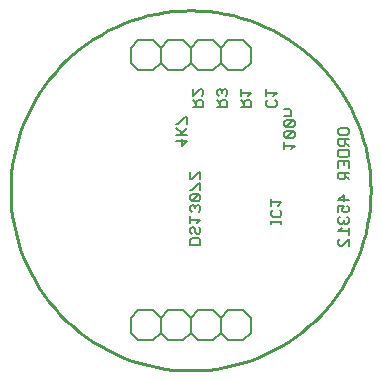
<source format=gbo>
G75*
G70*
%OFA0B0*%
%FSLAX24Y24*%
%IPPOS*%
%LPD*%
%AMOC8*
5,1,8,0,0,1.08239X$1,22.5*
%
%ADD10C,0.0100*%
%ADD11C,0.0060*%
D10*
X006151Y000151D02*
X006436Y000158D01*
X006721Y000178D01*
X007005Y000212D01*
X007287Y000259D01*
X007566Y000320D01*
X007841Y000394D01*
X008113Y000481D01*
X008381Y000581D01*
X008643Y000693D01*
X008900Y000818D01*
X009151Y000955D01*
X009395Y001103D01*
X009631Y001264D01*
X009860Y001435D01*
X010080Y001617D01*
X010291Y001809D01*
X010493Y002011D01*
X010685Y002222D01*
X010867Y002442D01*
X011038Y002671D01*
X011199Y002907D01*
X011347Y003151D01*
X011484Y003402D01*
X011609Y003659D01*
X011721Y003921D01*
X011821Y004189D01*
X011908Y004461D01*
X011982Y004736D01*
X012043Y005015D01*
X012090Y005297D01*
X012124Y005581D01*
X012144Y005866D01*
X012151Y006151D01*
X006151Y000151D02*
X005866Y000158D01*
X005581Y000178D01*
X005297Y000212D01*
X005015Y000259D01*
X004736Y000320D01*
X004461Y000394D01*
X004189Y000481D01*
X003921Y000581D01*
X003659Y000693D01*
X003402Y000818D01*
X003151Y000955D01*
X002907Y001103D01*
X002671Y001264D01*
X002442Y001435D01*
X002222Y001617D01*
X002011Y001809D01*
X001809Y002011D01*
X001617Y002222D01*
X001435Y002442D01*
X001264Y002671D01*
X001103Y002907D01*
X000955Y003151D01*
X000818Y003402D01*
X000693Y003659D01*
X000581Y003921D01*
X000481Y004189D01*
X000394Y004461D01*
X000320Y004736D01*
X000259Y005015D01*
X000212Y005297D01*
X000178Y005581D01*
X000158Y005866D01*
X000151Y006151D01*
X000158Y006436D01*
X000178Y006721D01*
X000212Y007005D01*
X000259Y007287D01*
X000320Y007566D01*
X000394Y007841D01*
X000481Y008113D01*
X000581Y008381D01*
X000693Y008643D01*
X000818Y008900D01*
X000955Y009151D01*
X001103Y009395D01*
X001264Y009631D01*
X001435Y009860D01*
X001617Y010080D01*
X001809Y010291D01*
X002011Y010493D01*
X002222Y010685D01*
X002442Y010867D01*
X002671Y011038D01*
X002907Y011199D01*
X003151Y011347D01*
X003402Y011484D01*
X003659Y011609D01*
X003921Y011721D01*
X004189Y011821D01*
X004461Y011908D01*
X004736Y011982D01*
X005015Y012043D01*
X005297Y012090D01*
X005581Y012124D01*
X005866Y012144D01*
X006151Y012151D01*
X006436Y012144D01*
X006721Y012124D01*
X007005Y012090D01*
X007287Y012043D01*
X007566Y011982D01*
X007841Y011908D01*
X008113Y011821D01*
X008381Y011721D01*
X008643Y011609D01*
X008900Y011484D01*
X009151Y011347D01*
X009395Y011199D01*
X009631Y011038D01*
X009860Y010867D01*
X010080Y010685D01*
X010291Y010493D01*
X010493Y010291D01*
X010685Y010080D01*
X010867Y009860D01*
X011038Y009631D01*
X011199Y009395D01*
X011347Y009151D01*
X011484Y008900D01*
X011609Y008643D01*
X011721Y008381D01*
X011821Y008113D01*
X011908Y007841D01*
X011982Y007566D01*
X012043Y007287D01*
X012090Y007005D01*
X012124Y006721D01*
X012144Y006436D01*
X012151Y006151D01*
D11*
X004401Y001151D02*
X004151Y001401D01*
X004151Y001901D01*
X004401Y002151D01*
X004901Y002151D01*
X005151Y001901D01*
X005401Y002151D01*
X005901Y002151D01*
X006151Y001901D01*
X006151Y001401D01*
X005901Y001151D01*
X005401Y001151D01*
X005151Y001401D01*
X005151Y001901D01*
X005151Y001401D02*
X004901Y001151D01*
X004401Y001151D01*
X006151Y001401D02*
X006401Y001151D01*
X006901Y001151D01*
X007151Y001401D01*
X007401Y001151D01*
X007901Y001151D01*
X008151Y001401D01*
X008151Y001901D01*
X007901Y002151D01*
X007401Y002151D01*
X007151Y001901D01*
X006901Y002151D01*
X006401Y002151D01*
X006151Y001901D01*
X007151Y001901D02*
X007151Y001401D01*
X006471Y004331D02*
X006131Y004331D01*
X006131Y004501D01*
X006188Y004558D01*
X006415Y004558D01*
X006471Y004501D01*
X006471Y004331D01*
X006415Y004699D02*
X006358Y004699D01*
X006301Y004756D01*
X006301Y004870D01*
X006245Y004926D01*
X006188Y004926D01*
X006131Y004870D01*
X006131Y004756D01*
X006188Y004699D01*
X006415Y004699D02*
X006471Y004756D01*
X006471Y004870D01*
X006415Y004926D01*
X006358Y005068D02*
X006471Y005181D01*
X006131Y005181D01*
X006131Y005068D02*
X006131Y005295D01*
X006188Y005436D02*
X006131Y005493D01*
X006131Y005606D01*
X006188Y005663D01*
X006245Y005663D01*
X006301Y005606D01*
X006301Y005550D01*
X006301Y005606D02*
X006358Y005663D01*
X006415Y005663D01*
X006471Y005606D01*
X006471Y005493D01*
X006415Y005436D01*
X006415Y005804D02*
X006188Y005804D01*
X006415Y006031D01*
X006188Y006031D01*
X006131Y005975D01*
X006131Y005861D01*
X006188Y005804D01*
X006415Y005804D02*
X006471Y005861D01*
X006471Y005975D01*
X006415Y006031D01*
X006471Y006173D02*
X006471Y006400D01*
X006415Y006400D01*
X006188Y006173D01*
X006131Y006173D01*
X006131Y006541D02*
X006131Y006768D01*
X006131Y006541D02*
X006188Y006541D01*
X006415Y006768D01*
X006471Y006768D01*
X006471Y006541D01*
X005851Y007631D02*
X005851Y007858D01*
X005681Y007801D02*
X006021Y007801D01*
X005851Y007631D01*
X005795Y007999D02*
X006021Y008226D01*
X006021Y007999D02*
X005681Y007999D01*
X005851Y008056D02*
X005681Y008226D01*
X005681Y008368D02*
X005738Y008368D01*
X005965Y008595D01*
X006021Y008595D01*
X006021Y008368D01*
X006231Y008931D02*
X006571Y008931D01*
X006571Y009101D01*
X006515Y009158D01*
X006401Y009158D01*
X006345Y009101D01*
X006345Y008931D01*
X006345Y009045D02*
X006231Y009158D01*
X006231Y009299D02*
X006458Y009526D01*
X006515Y009526D01*
X006571Y009470D01*
X006571Y009356D01*
X006515Y009299D01*
X006231Y009299D02*
X006231Y009526D01*
X006401Y010151D02*
X006901Y010151D01*
X007151Y010401D01*
X007401Y010151D01*
X007901Y010151D01*
X008151Y010401D01*
X008151Y010901D01*
X007901Y011151D01*
X007401Y011151D01*
X007151Y010901D01*
X006901Y011151D01*
X006401Y011151D01*
X006151Y010901D01*
X006151Y010401D01*
X006401Y010151D01*
X006151Y010401D02*
X005901Y010151D01*
X005401Y010151D01*
X005151Y010401D01*
X004901Y010151D01*
X004401Y010151D01*
X004151Y010401D01*
X004151Y010901D01*
X004401Y011151D01*
X004901Y011151D01*
X005151Y010901D01*
X005151Y010401D01*
X005151Y010901D02*
X005401Y011151D01*
X005901Y011151D01*
X006151Y010901D01*
X007151Y010901D02*
X007151Y010401D01*
X007145Y009526D02*
X007088Y009526D01*
X007031Y009470D01*
X007031Y009356D01*
X007088Y009299D01*
X007031Y009158D02*
X007145Y009045D01*
X007145Y009101D02*
X007145Y008931D01*
X007031Y008931D02*
X007371Y008931D01*
X007371Y009101D01*
X007315Y009158D01*
X007201Y009158D01*
X007145Y009101D01*
X007315Y009299D02*
X007371Y009356D01*
X007371Y009470D01*
X007315Y009526D01*
X007258Y009526D01*
X007201Y009470D01*
X007145Y009526D01*
X007201Y009470D02*
X007201Y009413D01*
X007831Y009413D02*
X008171Y009413D01*
X008058Y009299D01*
X008001Y009158D02*
X007945Y009101D01*
X007945Y008931D01*
X007945Y009045D02*
X007831Y009158D01*
X007831Y009299D02*
X007831Y009526D01*
X008001Y009158D02*
X008115Y009158D01*
X008171Y009101D01*
X008171Y008931D01*
X007831Y008931D01*
X008681Y008988D02*
X008681Y009101D01*
X008738Y009158D01*
X008681Y009299D02*
X008681Y009526D01*
X008681Y009413D02*
X009021Y009413D01*
X008908Y009299D01*
X008965Y009158D02*
X009021Y009101D01*
X009021Y008988D01*
X008965Y008931D01*
X008738Y008931D01*
X008681Y008988D01*
X009281Y008863D02*
X009451Y008863D01*
X009508Y008806D01*
X009508Y008636D01*
X009281Y008636D01*
X009338Y008495D02*
X009281Y008438D01*
X009281Y008324D01*
X009338Y008268D01*
X009565Y008495D01*
X009338Y008495D01*
X009565Y008495D02*
X009621Y008438D01*
X009621Y008324D01*
X009565Y008268D01*
X009338Y008268D01*
X009338Y008126D02*
X009281Y008070D01*
X009281Y007956D01*
X009338Y007899D01*
X009565Y008126D01*
X009338Y008126D01*
X009338Y007899D02*
X009565Y007899D01*
X009621Y007956D01*
X009621Y008070D01*
X009565Y008126D01*
X009281Y007758D02*
X009281Y007531D01*
X009281Y007645D02*
X009621Y007645D01*
X009508Y007531D01*
X011081Y007485D02*
X011081Y007314D01*
X011138Y007258D01*
X011364Y007258D01*
X011421Y007314D01*
X011421Y007485D01*
X011081Y007485D01*
X011138Y007626D02*
X011251Y007626D01*
X011308Y007683D01*
X011308Y007853D01*
X011421Y007853D02*
X011081Y007853D01*
X011081Y007683D01*
X011138Y007626D01*
X011308Y007739D02*
X011421Y007626D01*
X011364Y007994D02*
X011138Y007994D01*
X011081Y008051D01*
X011081Y008164D01*
X011138Y008221D01*
X011364Y008221D01*
X011421Y008164D01*
X011421Y008051D01*
X011364Y007994D01*
X011421Y007116D02*
X011081Y007116D01*
X011081Y006889D01*
X011081Y006748D02*
X011081Y006578D01*
X011138Y006521D01*
X011251Y006521D01*
X011308Y006578D01*
X011308Y006748D01*
X011421Y006748D02*
X011081Y006748D01*
X011308Y006635D02*
X011421Y006521D01*
X011421Y006889D02*
X011421Y007116D01*
X011251Y007116D02*
X011251Y007003D01*
X011251Y006011D02*
X011251Y005784D01*
X011081Y005841D02*
X011251Y006011D01*
X011421Y005841D02*
X011081Y005841D01*
X011081Y005643D02*
X011251Y005643D01*
X011194Y005530D01*
X011194Y005473D01*
X011251Y005416D01*
X011364Y005416D01*
X011421Y005473D01*
X011421Y005586D01*
X011364Y005643D01*
X011081Y005643D02*
X011081Y005416D01*
X011138Y005275D02*
X011081Y005218D01*
X011081Y005105D01*
X011138Y005048D01*
X011194Y005048D01*
X011251Y005105D01*
X011308Y005048D01*
X011364Y005048D01*
X011421Y005105D01*
X011421Y005218D01*
X011364Y005275D01*
X011251Y005161D02*
X011251Y005105D01*
X011194Y004906D02*
X011081Y004793D01*
X011421Y004793D01*
X011421Y004906D02*
X011421Y004680D01*
X011421Y004538D02*
X011194Y004311D01*
X011138Y004311D01*
X011081Y004368D01*
X011081Y004481D01*
X011138Y004538D01*
X011421Y004538D02*
X011421Y004311D01*
X009171Y005031D02*
X009171Y005145D01*
X009171Y005088D02*
X008831Y005088D01*
X008831Y005031D02*
X008831Y005145D01*
X008888Y005277D02*
X008831Y005333D01*
X008831Y005447D01*
X008888Y005504D01*
X008831Y005645D02*
X008831Y005872D01*
X008831Y005758D02*
X009171Y005758D01*
X009058Y005645D01*
X009115Y005504D02*
X009171Y005447D01*
X009171Y005333D01*
X009115Y005277D01*
X008888Y005277D01*
M02*

</source>
